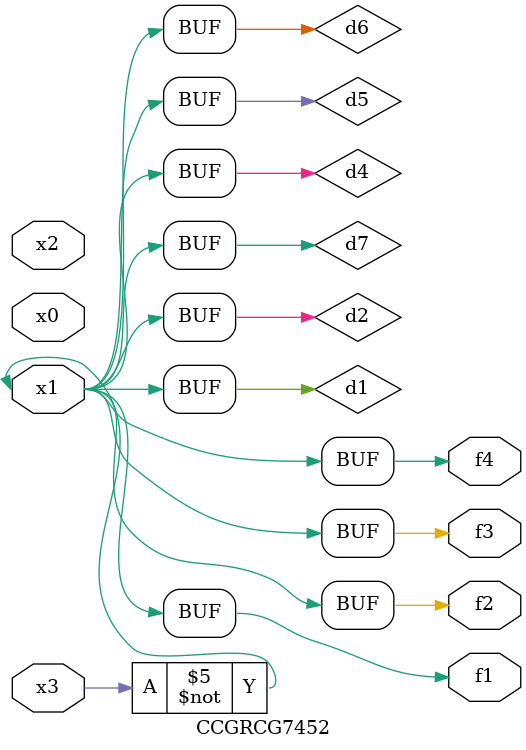
<source format=v>
module CCGRCG7452(
	input x0, x1, x2, x3,
	output f1, f2, f3, f4
);

	wire d1, d2, d3, d4, d5, d6, d7;

	not (d1, x3);
	buf (d2, x1);
	xnor (d3, d1, d2);
	nor (d4, d1);
	buf (d5, d1, d2);
	buf (d6, d4, d5);
	nand (d7, d4);
	assign f1 = d6;
	assign f2 = d7;
	assign f3 = d6;
	assign f4 = d6;
endmodule

</source>
